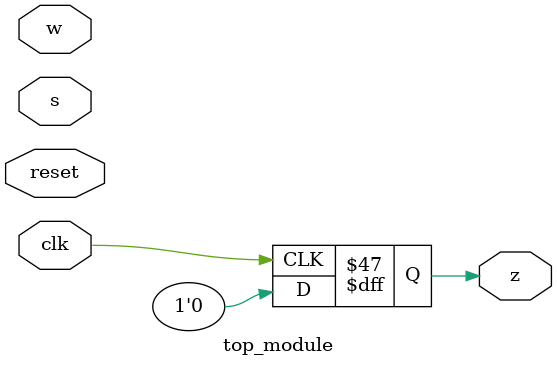
<source format=sv>
module top_module (
    input clk,
    input reset,
    input s,
    input w,
    output reg z
);

reg [4:0] state;
parameter [4:0] A = 5'b00001,
                B = 5'b00010,
                C = 5'b00011,
                S10 = 5'b00100,
                S11 = 5'b00101,
                S20 = 5'b00110,
                S21 = 5'b00111,
                S22 = 5'b01000;

always @(posedge clk) begin
    if (reset) begin
        state <= A;
        z <= 0;
    end
    else begin
        case (state)
            A: begin
                if (s)
                    state <= B;
                else
                    state <= state;
                z <= 0;
            end
            B: begin
                if (w)
                    state <= S11;
                else
                    state <= S10;
                z <= 0;
            end
            C: begin
                if (w)
                    state <= S11;
                else
                    state <= S10;
                z <= 0;
            end
            S10: begin
                if (w)
                    state <= S21;
                else
                    state <= S20;
                z <= 0;
            end
            S11: begin
                if (w)
                    state <= S22;
                else
                    state <= S21;
                z <= 0;
            end
            S20: begin
                state <= B;
                z <= 0;
            end
            S21: begin
                if (w)
                    state <= C;
                else
                    state <= B;
                z <= 0;
            end
            S22: begin
                if (w)
                    state <= B;
                else
                    state <= C;
                z <= 0;
            end
            default: begin
                state <= A;
                z <= 0;
            end
        endcase
    end
end

endmodule

</source>
